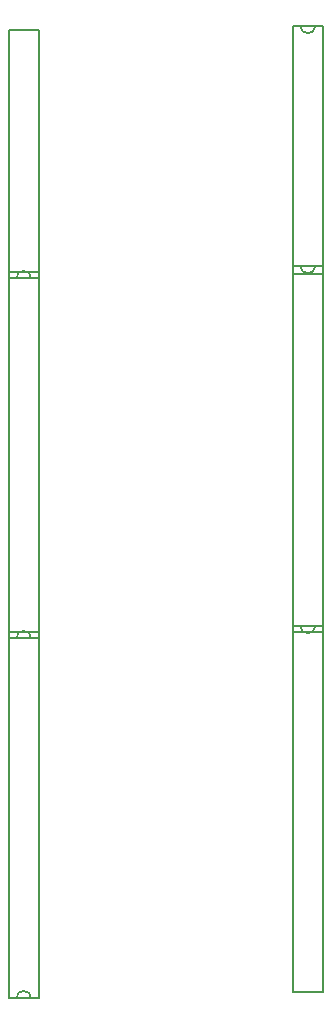
<source format=gbo>
G04*
G04 #@! TF.GenerationSoftware,Altium Limited,Altium Designer,23.11.1 (41)*
G04*
G04 Layer_Color=32896*
%FSLAX44Y44*%
%MOMM*%
G71*
G04*
G04 #@! TF.SameCoordinates,11E07B4A-1F4E-4BC8-8AC4-A4D7A99C9414*
G04*
G04*
G04 #@! TF.FilePolarity,Positive*
G04*
G01*
G75*
%ADD12C,0.2000*%
D12*
X259900Y829050D02*
G03*
X272600Y829050I6350J0D01*
G01*
X32100Y310350D02*
G03*
X19400Y310350I-6350J0D01*
G01*
X32100Y5550D02*
G03*
X19400Y5550I-6350J0D01*
G01*
X32100Y615150D02*
G03*
X19400Y615150I-6350J0D01*
G01*
X259900Y625850D02*
G03*
X272600Y625850I6350J0D01*
G01*
X259900Y321050D02*
G03*
X272600Y321050I6350J0D01*
G01*
X253300Y619000D02*
X278700D01*
X253300D02*
Y829000D01*
X278700Y619000D02*
Y829000D01*
X253300D02*
X278700D01*
X13300Y310400D02*
X38700D01*
X13300D02*
Y620400D01*
X38700D01*
Y310400D02*
Y620400D01*
X13300Y5600D02*
X38700D01*
X13300D02*
Y315600D01*
X38700D01*
Y5600D02*
Y315600D01*
X13300Y615200D02*
X38700D01*
X13300D02*
Y825200D01*
X38700Y615200D02*
Y825200D01*
X13300D02*
X38700D01*
X253300Y315800D02*
Y625800D01*
Y315800D02*
X278700D01*
Y625800D01*
X253300D02*
X278700D01*
X253300Y11000D02*
Y321000D01*
Y11000D02*
X278700D01*
Y321000D01*
X253300D02*
X278700D01*
M02*

</source>
